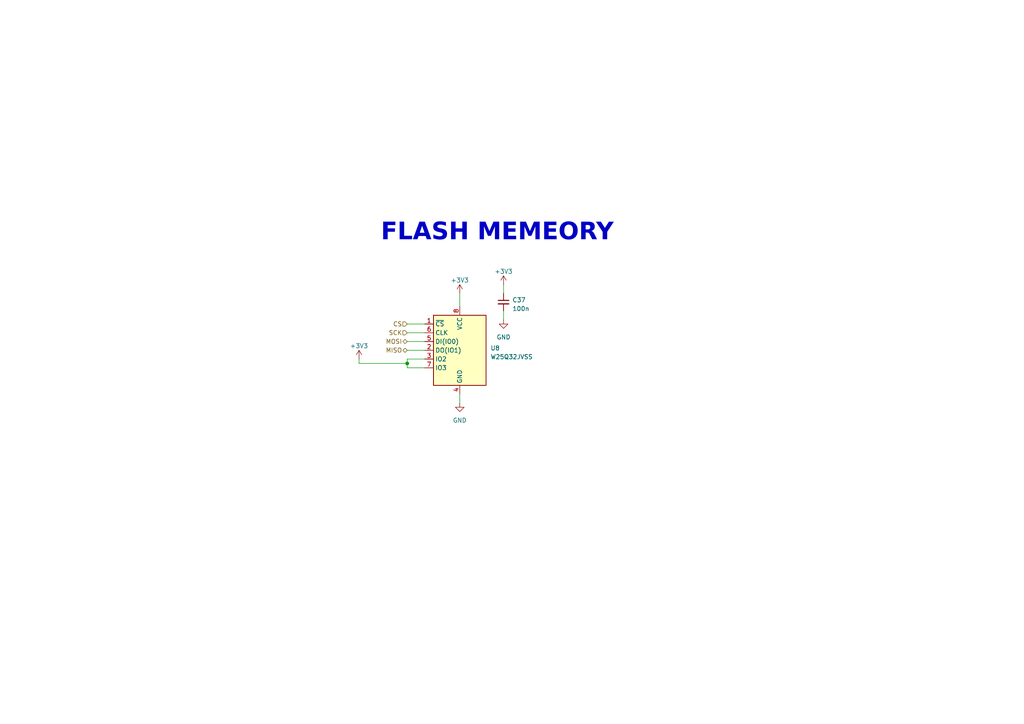
<source format=kicad_sch>
(kicad_sch (version 20230121) (generator eeschema)
  (paper "A4")
  (lib_symbols
    (symbol "Device:C_Small" (pin_numbers hide) (pin_names (offset 0.254) hide)
      (property "Reference" "C" (at 0.254 1.778 0))
      (property "Value" "C_Small" (at 0.254 -2.032 0))
      (symbol "C_Small_0_1"
        (polyline (pts (xy -1.524 -0.508) (xy 1.524 -0.508)) (stroke (width 0.3302)))
        (polyline (pts (xy -1.524 0.508) (xy 1.524 0.508)) (stroke (width 0.3048)))
      )
      (symbol "C_Small_1_1"
        (pin passive line (at 0 2.54 270) (length 2.032) (name "~") (number "1"))
        (pin passive line (at 0 -2.54 90) (length 2.032) (name "~") (number "2"))
      )
    )
    (symbol "Memory_Flash:W25Q32JVSS"
      (property "Reference" "U" (at -6.35 11.43 0))
      (property "Value" "W25Q32JVSS" (at 7.62 11.43 0))
      (symbol "W25Q32JVSS_0_1"
        (rectangle (start -7.62 10.16) (end 7.62 -10.16) (stroke (width 0.254)) (fill (type background)))
      )
      (symbol "W25Q32JVSS_1_1"
        (pin input line (at -10.16 7.62 0) (length 2.54) (name "~{CS}") (number "1"))
        (pin bidirectional line (at -10.16 0 0) (length 2.54) (name "DO(IO1)") (number "2"))
        (pin bidirectional line (at -10.16 -2.54 0) (length 2.54) (name "IO2") (number "3"))
        (pin power_in line (at 0 -12.7 90) (length 2.54) (name "GND") (number "4"))
        (pin bidirectional line (at -10.16 2.54 0) (length 2.54) (name "DI(IO0)") (number "5"))
        (pin input line (at -10.16 5.08 0) (length 2.54) (name "CLK") (number "6"))
        (pin bidirectional line (at -10.16 -5.08 0) (length 2.54) (name "IO3") (number "7"))
        (pin power_in line (at 0 12.7 270) (length 2.54) (name "VCC") (number "8"))
      )
    )
    (symbol "power:+3V3" (power) (pin_names (offset 0))
      (property "Value" "+3V3" (at 0 3.556 0))
      (symbol "+3V3_0_1"
        (polyline (pts (xy -0.762 1.27) (xy 0 2.54)))
        (polyline (pts (xy 0 0) (xy 0 2.54)))
        (polyline (pts (xy 0 2.54) (xy 0.762 1.27)))
      )
      (symbol "+3V3_1_1"
        (pin power_in line (at 0 0 90) (length 0) hide (name "+3V3") (number "1"))
      )
    )
    (symbol "power:GND" (power) (pin_names (offset 0))
      (property "Value" "GND" (at 0 -3.81 0))
      (symbol "GND_0_1"
        (polyline (pts (xy 0 0) (xy 0 -1.27) (xy 1.27 -1.27) (xy 0 -2.54) (xy -1.27 -1.27) (xy 0 -1.27)))
      )
      (symbol "GND_1_1"
        (pin power_in line (at 0 0 270) (length 0) hide (name "GND") (number "1"))
      )
    )
  )
  (junction (at 118.11 105.41))
  (wire (pts (xy 133.35 116.84) (xy 133.35 114.3)))
  (wire (pts (xy 133.35 85.09) (xy 133.35 88.9)))
  (wire (pts (xy 118.11 96.52) (xy 123.19 96.52)))
  (wire (pts (xy 118.11 106.68) (xy 123.19 106.68)))
  (wire (pts (xy 118.11 99.06) (xy 123.19 99.06)))
  (wire (pts (xy 146.05 82.55) (xy 146.05 85.09)))
  (wire (pts (xy 146.05 90.17) (xy 146.05 92.71)))
  (wire (pts (xy 104.14 105.41) (xy 118.11 105.41)))
  (wire (pts (xy 118.11 101.6) (xy 123.19 101.6)))
  (wire (pts (xy 104.14 104.14) (xy 104.14 105.41)))
  (wire (pts (xy 123.19 104.14) (xy 118.11 104.14)))
  (wire (pts (xy 118.11 105.41) (xy 118.11 106.68)))
  (wire (pts (xy 118.11 104.14) (xy 118.11 105.41)))
  (wire (pts (xy 118.11 93.98) (xy 123.19 93.98)))
  (text "FLASH MEMEORY\n" (at 110.49 71.755 0) (effects (font (size 5 5) (thickness 0.4) bold) (justify left bottom)))
  (hierarchical_label "SCK" (shape input) (at 118.11 96.52 180))
  (hierarchical_label "MISO" (shape bidirectional) (at 118.11 101.6 180))
  (hierarchical_label "MOSI" (shape bidirectional) (at 118.11 99.06 180))
  (hierarchical_label "CS" (shape input) (at 118.11 93.98 180))
  (symbol (lib_id "power:+3V3") (at 146.05 82.55 0) (unit 1)
    (property "Reference" "#PWR065" (effects hide))
    (property "Value" "+3V3" (at 146.05 78.74 0))
    (instances (project "GSM_module_v3" (path "" (reference "#PWR065") (unit 1))) (project "BIM_PCB" (path "" (reference "#PWR070") (unit 1))))
  )
  (symbol (lib_id "power:+3V3") (at 133.35 85.09 0) (unit 1)
    (property "Reference" "#PWR063" (effects hide))
    (property "Value" "+3V3" (at 133.35 81.28 0))
    (instances (project "GSM_module_v3" (path "" (reference "#PWR063") (unit 1))) (project "BIM_PCB" (path "" (reference "#PWR071") (unit 1))))
  )
  (symbol (lib_id "power:GND") (at 146.05 92.71 0) (unit 1)
    (property "Reference" "#PWR066" (effects hide))
    (property "Value" "GND" (at 146.05 97.79 0))
    (instances (project "GSM_module_v3" (path "" (reference "#PWR066") (unit 1))) (project "BIM_PCB" (path "" (reference "#PWR072") (unit 1))))
  )
  (symbol (lib_id "power:+3V3") (at 104.14 104.14 0) (unit 1)
    (property "Reference" "#PWR062" (effects hide))
    (property "Value" "+3V3" (at 104.14 100.33 0))
    (instances (project "GSM_module_v3" (path "" (reference "#PWR062") (unit 1))) (project "BIM_PCB" (path "" (reference "#PWR073") (unit 1))))
  )
  (symbol (lib_id "Memory_Flash:W25Q32JVSS") (at 133.35 101.6 0) (unit 1)
    (property "Reference" "U8" (at 142.24 100.965 0) (effects (justify left)))
    (property "Value" "W25Q32JVSS" (at 142.24 103.505 0) (effects (justify left)))
    (property "Footprint" "Package_SO:SOIC-8_5.23x5.23mm_P1.27mm" (effects hide))
    (property "Datasheet" "http://www.winbond.com/resource-files/w25q32jv%20revg%2003272018%20plus.pdf" (effects hide))
  )
  (symbol (lib_id "power:GND") (at 133.35 116.84 0) (unit 1)
    (property "Reference" "#PWR064" (effects hide))
    (property "Value" "GND" (at 133.35 121.92 0))
    (instances (project "GSM_module_v3" (path "" (reference "#PWR064") (unit 1))) (project "BIM_PCB" (path "" (reference "#PWR074") (unit 1))))
  )
  (symbol (lib_id "Device:C_Small") (at 146.05 87.63 0) (unit 1)
    (property "Reference" "C37" (at 148.59 87.0013 0) (effects (justify left)))
    (property "Value" "100n" (at 148.59 89.5413 0) (effects (justify left)))
    (property "Footprint" "Capacitor_SMD:C_0402_1005Metric" (effects hide))
    (instances (project "GSM_module_v3" (path "" (reference "C37") (unit 1))) (project "BIM_PCB" (path "" (reference "C39") (unit 1))))
  )
)
</source>
